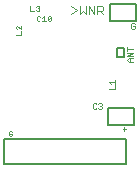
<source format=gto>
G75*
%MOIN*%
%OFA0B0*%
%FSLAX25Y25*%
%IPPOS*%
%LPD*%
%AMOC8*
5,1,8,0,0,1.08239X$1,22.5*
%
%ADD10C,0.00200*%
%ADD11C,0.00300*%
%ADD12C,0.00500*%
%ADD13C,0.00787*%
D10*
X0007177Y0011454D02*
X0007767Y0011454D01*
X0008062Y0011749D01*
X0008062Y0012339D01*
X0007472Y0012339D01*
X0006882Y0011749D02*
X0007177Y0011454D01*
X0006882Y0011749D02*
X0006882Y0012929D01*
X0007177Y0013224D01*
X0007767Y0013224D01*
X0008062Y0012929D01*
X0009243Y0045273D02*
X0011013Y0045273D01*
X0011013Y0046453D01*
X0011013Y0047086D02*
X0009833Y0048266D01*
X0009538Y0048266D01*
X0009243Y0047971D01*
X0009243Y0047381D01*
X0009538Y0047086D01*
X0011013Y0047086D02*
X0011013Y0048266D01*
X0014166Y0053187D02*
X0015346Y0053187D01*
X0015978Y0053482D02*
X0016273Y0053187D01*
X0016863Y0053187D01*
X0017158Y0053482D01*
X0017158Y0053777D01*
X0016863Y0054072D01*
X0016568Y0054072D01*
X0016863Y0054072D02*
X0017158Y0054367D01*
X0017158Y0054662D01*
X0016863Y0054957D01*
X0016273Y0054957D01*
X0015978Y0054662D01*
X0014166Y0054957D02*
X0014166Y0053187D01*
X0016252Y0051276D02*
X0016252Y0050096D01*
X0016547Y0049801D01*
X0017137Y0049801D01*
X0017432Y0050096D01*
X0018065Y0049801D02*
X0019245Y0049801D01*
X0019877Y0050096D02*
X0021057Y0051276D01*
X0021057Y0050096D01*
X0020762Y0049801D01*
X0020172Y0049801D01*
X0019877Y0050096D01*
X0019877Y0051276D01*
X0020172Y0051571D01*
X0020762Y0051571D01*
X0021057Y0051276D01*
X0018655Y0051571D02*
X0018655Y0049801D01*
X0018065Y0050981D02*
X0018655Y0051571D01*
X0017432Y0051276D02*
X0017137Y0051571D01*
X0016547Y0051571D01*
X0016252Y0051276D01*
X0035248Y0022476D02*
X0034953Y0022181D01*
X0034953Y0021001D01*
X0035248Y0020706D01*
X0035838Y0020706D01*
X0036133Y0021001D01*
X0036766Y0021001D02*
X0037061Y0020706D01*
X0037651Y0020706D01*
X0037946Y0021001D01*
X0037946Y0021296D01*
X0037651Y0021591D01*
X0037356Y0021591D01*
X0037651Y0021591D02*
X0037946Y0021886D01*
X0037946Y0022181D01*
X0037651Y0022476D01*
X0037061Y0022476D01*
X0036766Y0022181D01*
X0036133Y0022181D02*
X0035838Y0022476D01*
X0035248Y0022476D01*
X0040424Y0027202D02*
X0042194Y0027202D01*
X0042194Y0028382D01*
X0042194Y0029015D02*
X0042194Y0030195D01*
X0042194Y0029605D02*
X0040424Y0029605D01*
X0041014Y0029015D01*
X0047038Y0036297D02*
X0046448Y0036887D01*
X0047038Y0037477D01*
X0048218Y0037477D01*
X0048218Y0038109D02*
X0046448Y0038109D01*
X0048218Y0039289D01*
X0046448Y0039289D01*
X0046448Y0039922D02*
X0046448Y0041102D01*
X0046448Y0040512D02*
X0048218Y0040512D01*
X0047333Y0037477D02*
X0047333Y0036297D01*
X0047038Y0036297D02*
X0048218Y0036297D01*
X0048043Y0047320D02*
X0047748Y0047615D01*
X0047748Y0048795D01*
X0048043Y0049090D01*
X0048633Y0049090D01*
X0048928Y0048795D01*
X0048928Y0048205D02*
X0048338Y0048205D01*
X0048928Y0048205D02*
X0048928Y0047615D01*
X0048633Y0047320D01*
X0048043Y0047320D01*
X0045504Y0014425D02*
X0045504Y0013245D01*
X0044914Y0013835D02*
X0046094Y0013835D01*
D11*
X0038321Y0052134D02*
X0037371Y0053085D01*
X0037846Y0053085D02*
X0036420Y0053085D01*
X0036420Y0052134D02*
X0036420Y0054986D01*
X0037846Y0054986D01*
X0038321Y0054511D01*
X0038321Y0053560D01*
X0037846Y0053085D01*
X0035421Y0052134D02*
X0035421Y0054986D01*
X0033520Y0054986D02*
X0033520Y0052134D01*
X0032521Y0052134D02*
X0032521Y0054986D01*
X0033520Y0054986D02*
X0035421Y0052134D01*
X0032521Y0052134D02*
X0031570Y0053085D01*
X0030620Y0052134D01*
X0030620Y0054986D01*
X0029621Y0053560D02*
X0027720Y0052134D01*
X0029621Y0053560D02*
X0027720Y0054986D01*
D12*
X0045956Y0002142D02*
X0005365Y0002142D01*
X0005365Y0010646D01*
X0045956Y0010646D01*
X0045956Y0002142D01*
X0048515Y0015154D02*
X0040011Y0015154D01*
X0040011Y0020783D01*
X0048515Y0020783D01*
X0048515Y0015154D01*
X0049184Y0049760D02*
X0040680Y0049760D01*
X0040680Y0055390D01*
X0049184Y0055390D01*
X0049184Y0049760D01*
D13*
X0045286Y0040882D02*
X0042924Y0040882D01*
X0042924Y0037732D01*
X0045286Y0037732D01*
X0045286Y0040882D01*
M02*

</source>
